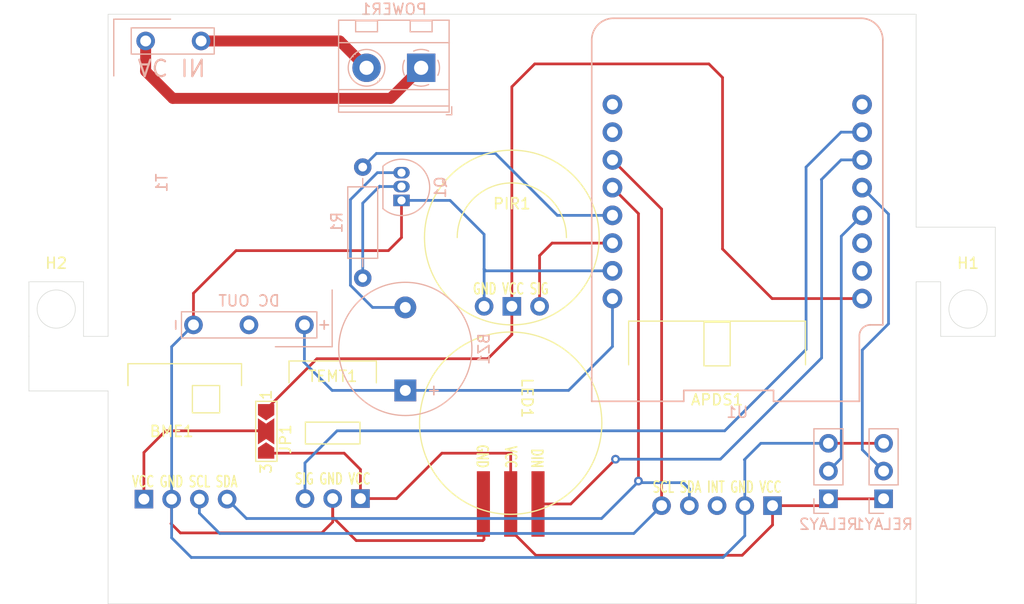
<source format=kicad_pcb>
(kicad_pcb (version 20211014) (generator pcbnew)
  (layers (0 "F.Cu" signal) (31 "B.Cu" signal) (34 "B.Paste" user) (35 "F.Paste" user) (36 "B.SilkS" user "B.Silkscreen") (37 "F.SilkS" user "F.Silkscreen") (38 "B.Mask" user) (39 "F.Mask" user) (44 "Edge.Cuts" user))
  (net 0 "")
  (net 1 "5V")
  (net 2 "SDA")
  (net 4 "SCL")
  (net 6 "VCC")
  (net 7 "3.3V")
  (net 8 "GND")
  (net 9 "Net-(BZ1-Pad2)")
  (net 10 "LED")
  (net 11 "PIR")
  (net 12 "L")
  (net 13 "N")
  (net 17 "Net-(Q1-Pad2)")
  (net 18 "BUZZER")
  (net 19 "RELAY1")
  (net 20 "TEMT6000")
  (net 21 "RELAY2")
  (net 23 "Net-(JP1-Pad2)")
  (footprint "internal:SR602" (layer "F.Cu") (at 115.954688 90.75)
    (fp_text reference "PIR1" (at 0 -9.4 unlocked) (layer "F.SilkS"))
    (fp_text value "Conn_01x03_Female")
    (fp_text user "GND VCC SIG" (at -0.1 -1.6 unlocked) (layer "F.SilkS") (effects (font (size 1 0.7))))
    (fp_arc (start -5 -6.3) (mid 0 -11.3) (end 5 -6.3) (layer "F.SilkS") (width 0.12))
    (fp_circle (center 0 -6.3) (end 0 1.7) (layer "F.SilkS") (width 0.12) (fill none))
    (pad "1" thru_hole circle locked (at -2.54 0) (size 1.7 1.7) (drill 1) (layers *.Cu *.Mask) (net 8 "GND"))
    (pad "2" thru_hole rect locked (at 0 0) (size 1.7 1.7) (drill 1) (layers *.Cu *.Mask) (net 7 "3.3V"))
    (pad "3" thru_hole circle locked (at 2.54 0) (size 1.7 1.7) (drill 1) (layers *.Cu *.Mask) (net 11 "PIR"))
  )
  (footprint "internal:LED ring" (layer "F.Cu") (at 115.85 101.45 -90)
    (fp_text reference "LED1" (at -2.3 -1.5 -90 unlocked) (layer "F.SilkS"))
    (fp_text value "Conn_01x03_Female")
    (fp_text user "DIN" (at 4.2 -2.4 -90 unlocked) (layer "F.SilkS") (effects (font (size 1 0.7)) (justify right)))
    (fp_text user "VCC" (at 4.2 0 -90 unlocked) (layer "F.SilkS") (effects (font (size 1 0.7)) (justify right)))
    (fp_text user "GND" (at 4.2 2.6 -90 unlocked) (layer "F.SilkS") (effects (font (size 1 0.7)) (justify right)))
    (fp_circle (center 0 0) (end 6.1 5.7) (layer "F.SilkS") (width 0.12) (fill none))
    (pad "1" smd rect (at 7.4 -2.5 270) (size 6 1.2) (layers "F.Cu" "F.Mask") (net 10 "LED"))
    (pad "2" smd rect (at 7.4 0 270) (size 6 1.2) (layers "F.Cu" "F.Mask") (net 1 "5V"))
    (pad "3" smd rect (at 7.4 2.5 270) (size 6 1.2) (layers "F.Cu" "F.Mask") (net 8 "GND"))
  )
  (footprint "internal:TEMT6000" (layer "F.Cu") (at 99.55 108.355)
    (fp_text reference "TEMT1" (at 0 -11.2 unlocked) (layer "F.SilkS"))
    (fp_text value "Conn_01x03_Female")
    (fp_text user "SIG GND VCC" (at 0 -1.8 unlocked) (layer "F.SilkS") (effects (font (size 1 0.7))))
    (fp_line (start 4 -10.8) (end 4 -10.6) (layer "F.SilkS") (width 0.12))
    (fp_line (start -4 -10.6) (end -4 -12.6) (layer "F.SilkS") (width 0.12))
    (fp_line (start 4 -12.6) (end 4 -10.8) (layer "F.SilkS") (width 0.12))
    (fp_line (start -4 -12.6) (end 4 -12.6) (layer "F.SilkS") (width 0.12))
    (fp_rect (start -2.5 -7) (end 2.5 -5) (layer "F.SilkS") (width 0.12) (fill none))
    (pad "1" thru_hole circle (at -2.54 0) (size 1.7 1.7) (drill 1) (layers *.Cu *.Mask) (net 20 "TEMT6000"))
    (pad "2" thru_hole circle (at 0 0) (size 1.7 1.7) (drill 1) (layers *.Cu *.Mask) (net 8 "GND"))
    (pad "3" thru_hole rect (at 2.54 0) (size 1.7 1.7) (drill 1) (layers *.Cu *.Mask) (net 1 "5V"))
  )
  (footprint "internal:APDS9960" (layer "F.Cu") (at 134.75 109.005)
    (fp_text reference "APDS1" (at 0 -9.7 unlocked) (layer "F.SilkS"))
    (fp_text value "Conn_01x05_Female")
    (fp_text user "SCL SDA INT GND VCC" (at 0 -1.7 unlocked) (layer "F.SilkS") (effects (font (size 1 0.7))))
    (fp_line (start 8.1 -16.9) (end 8.1 -12.9) (layer "F.SilkS") (width 0.12))
    (fp_line (start -8.1 -16.9) (end -8.1 -12.9) (layer "F.SilkS") (width 0.12))
    (fp_line (start -8.1 -16.9) (end 8.1 -16.9) (layer "F.SilkS") (width 0.12))
    (fp_rect (start -1.2 -16.8) (end 1.2 -12.8) (layer "F.SilkS") (width 0.12) (fill none))
    (pad "1" thru_hole circle (at -5.08 0) (size 1.7 1.7) (drill 1) (layers *.Cu *.Mask) (net 4 "SCL"))
    (pad "2" thru_hole circle (at -2.54 0) (size 1.7 1.7) (drill 1) (layers *.Cu *.Mask) (net 2 "SDA"))
    (pad "3" thru_hole circle (at 0 0) (size 1.7 1.7) (drill 1) (layers *.Cu *.Mask))
    (pad "4" thru_hole circle (at 2.54 0) (size 1.7 1.7) (drill 1) (layers *.Cu *.Mask) (net 8 "GND"))
    (pad "5" thru_hole rect (at 5.08 0) (size 1.7 1.7) (drill 1) (layers *.Cu *.Mask) (net 1 "5V"))
  )
  (footprint "MountingHole:MountingHole_3.2mm_M3" (layer "F.Cu") (at 157.73 91)
    (fp_text reference "H1" (at 0 -4.2) (layer "F.SilkS"))
    (fp_text value "MountingHole")
    (pad "" np_thru_hole circle (at 0 0) (size 3.2 3.2) (drill 3.2) (layers *.Cu *.Mask))
  )
  (footprint "MountingHole:MountingHole_3.2mm_M3" (layer "F.Cu") (at 74.23 91)
    (fp_text reference "H2" (at 0 -4.2) (layer "F.SilkS"))
    (fp_text value "MountingHole")
    (pad "" np_thru_hole circle (at 0 0) (size 3.2 3.2) (drill 3.2) (layers *.Cu *.Mask))
  )
  (footprint "Jumper:SolderJumper-3_P2.0mm_Open_TrianglePad1.0x1.5mm_NumberLabels" (layer "F.Cu") (at 93.45 102.2 -90)
    (fp_text reference "JP1" (at 0.725 -1.775 90) (layer "F.SilkS"))
    (fp_text value "SolderJumper_3_Open")
    (fp_text user "1" (at -3.35 0 90) (layer "F.SilkS"))
    (fp_text user "3" (at 3.4 0 90) (layer "F.SilkS"))
    (fp_line (start -2.75 -1) (end 2.75 -1) (layer "F.SilkS") (width 0.12))
    (fp_line (start 2.75 -1) (end 2.75 0.95) (layer "F.SilkS") (width 0.12))
    (fp_line (start 2.75 0.95) (end -2.75 0.95) (layer "F.SilkS") (width 0.12))
    (fp_line (start -2.75 0.95) (end -2.75 -1) (layer "F.SilkS") (width 0.12))
    (pad "1" smd custom (at -2 0 270) (size 0.3 0.3) (layers "F.Cu" "F.Mask") (net 7 "3.3V") (options (clearance outline) (anchor rect)) (primitives (gr_poly (pts (xy 1 0) (xy 0.5 0.75) (xy -0.5 0.75) (xy -0.5 -0.75) (xy 0.5 -0.75)) (width 0) (fill yes))))
    (pad "2" smd custom (at 0 0 270) (size 0.3 0.3) (layers "F.Cu") (net 23 "Net-(JP1-Pad2)") (options (clearance outline) (anchor rect)) (primitives (gr_poly (pts (xy 0.7 0) (xy 1.2 0.75) (xy -1.2 0.75) (xy -0.7 0) (xy -1.2 -0.75) (xy 1.2 -0.75)) (width 0) (fill yes))))
    (pad "3" smd custom (at 2 0 90) (size 0.3 0.3) (layers "F.Cu" "F.Mask") (net 1 "5V") (options (clearance outline) (anchor rect)) (primitives (gr_poly (pts (xy 1 0) (xy 0.5 0.75) (xy -0.5 0.75) (xy -0.5 -0.75) (xy 0.5 -0.75)) (width 0) (fill yes))))
  )
  (footprint "internal:BME280" (layer "F.Cu") (at 84.8 108.405)
    (fp_text reference "BME1" (at 0 -6.2 unlocked) (layer "F.SilkS"))
    (fp_text value "Conn_01x04_Female")
    (fp_text user "VCC GND SCL SDA" (at 1.2 -1.6 unlocked) (layer "F.SilkS") (effects (font (size 1 0.7))))
    (fp_line (start -4 -12.4) (end 6.4 -12.4) (layer "F.SilkS") (width 0.12))
    (fp_line (start 6.4 -12.4) (end 6.4 -10.4) (layer "F.SilkS") (width 0.12))
    (fp_line (start -4 -12.4) (end -4 -10.4) (layer "F.SilkS") (width 0.12))
    (fp_line (start -4 -10.4) (end -4 -12.4) (layer "F.SilkS") (width 0.12))
    (fp_rect (start 4.4 -10.4) (end 1.9 -7.9) (layer "F.SilkS") (width 0.12) (fill none))
    (pad "1" thru_hole rect (at -2.54 0) (size 1.7 1.7) (drill 1) (layers *.Cu *.Mask) (net 23 "Net-(JP1-Pad2)"))
    (pad "2" thru_hole circle (at 0 0) (size 1.7 1.7) (drill 1) (layers *.Cu *.Mask) (net 8 "GND"))
    (pad "3" thru_hole circle (at 2.54 0) (size 1.7 1.7) (drill 1) (layers *.Cu *.Mask) (net 4 "SCL"))
    (pad "4" thru_hole circle (at 5.08 0) (size 1.7 1.7) (drill 1) (layers *.Cu *.Mask) (net 2 "SDA"))
  )
  (footprint "Package_TO_SOT_THT:TO-92L_Inline" (layer "B.Cu") (at 105.85 81.05 90)
    (fp_text reference "Q1" (at 1.19 3.56 90) (layer "B.SilkS") (effects (justify mirror)))
    (fp_text value "2N2219")
    (fp_line (start -0.75 -1.7) (end 3.1 -1.7) (layer "B.SilkS") (width 0.12))
    (fp_arc (start 3.138611 -1.690122) (mid 1.183448 2.579448) (end -0.75 -1.7) (layer "B.SilkS") (width 0.12))
    (pad "1" thru_hole rect (at 0 0 90) (size 1.05 1.5) (drill 0.75) (layers *.Cu *.Mask) (net 8 "GND"))
    (pad "2" thru_hole oval (at 1.27 0 90) (size 1.05 1.5) (drill 0.75) (layers *.Cu *.Mask) (net 17 "Net-(Q1-Pad2)"))
    (pad "3" thru_hole oval (at 2.54 0 90) (size 1.05 1.5) (drill 0.75) (layers *.Cu *.Mask) (net 9 "Net-(BZ1-Pad2)"))
  )
  (footprint "Resistor_THT:R_Axial_DIN0207_L6.3mm_D2.5mm_P10.16mm_Horizontal" (layer "B.Cu") (at 102.3 78 -90)
    (fp_text reference "R1" (at 5.08 2.37 90) (layer "B.SilkS") (effects (justify mirror)))
    (fp_text value "R_Small")
    (fp_line (start 8.35 -1.37) (end 8.35 1.37) (layer "B.SilkS") (width 0.12))
    (fp_line (start 9.12 0) (end 8.35 0) (layer "B.SilkS") (width 0.12))
    (fp_line (start 1.81 -1.37) (end 8.35 -1.37) (layer "B.SilkS") (width 0.12))
    (fp_line (start 1.04 0) (end 1.81 0) (layer "B.SilkS") (width 0.12))
    (fp_line (start 8.35 1.37) (end 1.81 1.37) (layer "B.SilkS") (width 0.12))
    (fp_line (start 1.81 1.37) (end 1.81 -1.37) (layer "B.SilkS") (width 0.12))
    (pad "1" thru_hole circle (at 0 0 270) (size 1.6 1.6) (drill 0.8) (layers *.Cu *.Mask) (net 18 "BUZZER"))
    (pad "2" thru_hole oval (at 10.16 0 270) (size 1.6 1.6) (drill 0.8) (layers *.Cu *.Mask) (net 17 "Net-(Q1-Pad2)"))
  )
  (footprint "TerminalBlock_MetzConnect:TerminalBlock_MetzConnect_Type094_RT03502HBLU_1x02_P5.00mm_Horizontal" (layer "B.Cu") (at 107.65 68.905 180)
    (fp_text reference "POWER1" (at 2.5 5.36) (layer "B.SilkS") (effects (justify mirror)))
    (fp_text value "Conn_01x02_Female")
    (fp_line (start -2.56 4.36) (end -2.56 -4.06) (layer "B.SilkS") (width 0.12))
    (fp_line (start -2.56 2.301) (end 7.56 2.301) (layer "B.SilkS") (width 0.12))
    (fp_line (start 4 4.3) (end 4 3.3) (layer "B.SilkS") (width 0.12))
    (fp_line (start 3.966 -1.239) (end 3.931 -1.274) (layer "B.SilkS") (width 0.12))
    (fp_line (start 6.07 1.275) (end 6.035 1.239) (layer "B.SilkS") (width 0.12))
    (fp_line (start 6.275 1.069) (end 6.228 1.023) (layer "B.SilkS") (width 0.12))
    (fp_line (start -2.56 4.36) (end 7.56 4.36) (layer "B.SilkS") (width 0.12))
    (fp_line (start -2.8 -3.56) (end -2.8 -4.3) (layer "B.SilkS") (width 0.12))
    (fp_line (start 7.56 4.36) (end 7.56 -4.06) (layer "B.SilkS") (width 0.12))
    (fp_line (start -2.56 -4.06) (end 7.56 -4.06) (layer "B.SilkS") (width 0.12))
    (fp_line (start -2.8 -4.3) (end -2.3 -4.3) (layer "B.SilkS") (width 0.12))
    (fp_line (start 6 4.3) (end 6 3.3) (layer "B.SilkS") (width 0.12))
    (fp_line (start 3.773 -1.023) (end 3.726 -1.069) (layer "B.SilkS") (width 0.12))
    (fp_line (start -1 4.3) (end -1 3.3) (layer "B.SilkS") (width 0.12))
    (fp_line (start -1 3.3) (end 1 3.3) (layer "B.SilkS") (width 0.12))
    (fp_line (start 4 4.3) (end 6 4.3) (layer "B.SilkS") (width 0.12))
    (fp_line (start -1 4.3) (end 1 4.3) (layer "B.SilkS") (width 0.12))
    (fp_line (start 1 4.3) (end 1 3.3) (layer "B.SilkS") (width 0.12))
    (fp_line (start 4 3.3) (end 6 3.3) (layer "B.SilkS") (width 0.12))
    (fp_line (start -2.56 -3.5) (end 7.56 -3.5) (layer "B.SilkS") (width 0.12))
    (fp_line (start -2.56 -2) (end 7.56 -2) (layer "B.SilkS") (width 0.12))
    (fp_arc (start 0 -1.68) (mid 0.349292 -1.643288) (end 0.683318 -1.534756) (layer "B.SilkS") (width 0.12))
    (fp_arc (start -0.684 -1.535) (mid -0.335551 -1.646659) (end 0.028805 -1.680253) (layer "B.SilkS") (width 0.12))
    (fp_arc (start 1.535 -0.684) (mid 1.6805 -0.000524) (end 1.535427 0.683042) (layer "B.SilkS") (width 0.12))
    (fp_arc (start -1.535 0.684) (mid -1.680501 0.000524) (end -1.535427 -0.683042) (layer "B.SilkS") (width 0.12))
    (fp_arc (start 0.684 1.535) (mid 0.000524 1.680501) (end -0.683042 1.535427) (layer "B.SilkS") (width 0.12))
    (fp_circle (center 5 0) (end 6.68 0) (layer "B.SilkS") (width 0.12) (fill none))
    (pad "1" thru_hole rect (at 0 0 180) (size 2.6 2.6) (drill 1.3) (layers *.Cu *.Mask) (net 12 "L"))
    (pad "2" thru_hole circle (at 5 0 180) (size 2.6 2.6) (drill 1.3) (layers *.Cu *.Mask) (net 13 "N"))
  )
  (footprint "Connector_PinHeader_2.54mm:PinHeader_1x03_P2.54mm_Vertical" (layer "B.Cu") (at 150 108.375)
    (fp_text reference "RELAY1" (at 0 2.33) (layer "B.SilkS") (effects (justify mirror)))
    (fp_text value "Conn_01x03_Female")
    (fp_line (start -1.33 0) (end -1.33 1.33) (layer "B.SilkS") (width 0.12))
    (fp_line (start -1.33 1.33) (end 0 1.33) (layer "B.SilkS") (width 0.12))
    (fp_line (start 1.33 -1.27) (end 1.33 -6.41) (layer "B.SilkS") (width 0.12))
    (fp_line (start -1.33 -1.27) (end 1.33 -1.27) (layer "B.SilkS") (width 0.12))
    (fp_line (start -1.33 -6.41) (end 1.33 -6.41) (layer "B.SilkS") (width 0.12))
    (fp_line (start -1.33 -1.27) (end -1.33 -6.41) (layer "B.SilkS") (width 0.12))
    (pad "1" thru_hole rect (at 0 0) (size 1.7 1.7) (drill 1) (layers *.Cu *.Mask) (net 1 "5V"))
    (pad "2" thru_hole oval (at 0 -2.54) (size 1.7 1.7) (drill 1) (layers *.Cu *.Mask) (net 19 "RELAY1"))
    (pad "3" thru_hole oval (at 0 -5.08) (size 1.7 1.7) (drill 1) (layers *.Cu *.Mask) (net 8 "GND"))
  )
  (footprint "Buzzer_Beeper:Buzzer_12x9.5RM7.6" (layer "B.Cu") (at 106.2 98.45 90)
    (fp_text reference "BZ1" (at 3.8 7.2 90) (layer "B.SilkS") (effects (justify mirror)))
    (fp_text value "Buzzer")
    (fp_text user "+" (at -0.01 2.54 90) (layer "B.SilkS") (effects (justify mirror)))
    (fp_circle (center 3.8 0) (end 9.9 0) (layer "B.SilkS") (width 0.12) (fill none))
    (pad "1" thru_hole rect locked (at 0 0 90) (size 2 2) (drill 1) (layers *.Cu *.Mask) (net 6 "VCC"))
    (pad "2" thru_hole circle locked (at 7.6 0 90) (size 2 2) (drill 1) (layers *.Cu *.Mask) (net 9 "Net-(BZ1-Pad2)"))
  )
  (footprint "Connector_PinHeader_2.54mm:PinHeader_1x03_P2.54mm_Vertical" (layer "B.Cu") (at 144.95 108.375)
    (fp_text reference "RELAY2" (at 0 2.33) (layer "B.SilkS") (effects (justify mirror)))
    (fp_text value "Conn_01x03_Female")
    (fp_line (start -1.33 1.33) (end 0 1.33) (layer "B.SilkS") (width 0.12))
    (fp_line (start -1.33 -1.27) (end 1.33 -1.27) (layer "B.SilkS") (width 0.12))
    (fp_line (start -1.33 -1.27) (end -1.33 -6.41) (layer "B.SilkS") (width 0.12))
    (fp_line (start -1.33 0) (end -1.33 1.33) (layer "B.SilkS") (width 0.12))
    (fp_line (start -1.33 -6.41) (end 1.33 -6.41) (layer "B.SilkS") (width 0.12))
    (fp_line (start 1.33 -1.27) (end 1.33 -6.41) (layer "B.SilkS") (width 0.12))
    (pad "1" thru_hole rect (at 0 0) (size 1.7 1.7) (drill 1) (layers *.Cu *.Mask) (net 1 "5V"))
    (pad "2" thru_hole oval (at 0 -2.54) (size 1.7 1.7) (drill 1) (layers *.Cu *.Mask) (net 21 "RELAY2"))
    (pad "3" thru_hole oval (at 0 -5.08) (size 1.7 1.7) (drill 1) (layers *.Cu *.Mask) (net 8 "GND"))
  )
  (footprint "internal:220v AC to 5v DC Transformer" (layer "B.Cu") (at 89.5 79.45 -90)
    (fp_text reference "T1" (at 0 5.6 90 unlocked) (layer "B.SilkS") (effects (justify mirror)))
    (fp_text value "Transformer_1P_1S")
    (fp_text user "AC IN" (at -10.6 4.7 -180 unlocked) (layer "B.SilkS") (effects (font (size 1.5 1.5) (thickness 0.2)) (justify mirror)))
    (fp_text user "-" (at 13 4.4 90 unlocked) (layer "B.SilkS") (effects (justify mirror)))
    (fp_text user "DC OUT" (at 10.8 -2.4 unlocked) (layer "B.SilkS") (effects (justify mirror)))
    (fp_text user "+" (at 13 -9.2 90 unlocked) (layer "B.SilkS") (effects (justify mirror)))
    (fp_line (start 15 -10) (end 15 -4.8) (layer "B.SilkS") (width 0.12))
    (fp_line (start -15 4.8) (end -15 10) (layer "B.SilkS") (width 0.12))
    (fp_line (start -15 10) (end -9.8 10) (layer "B.SilkS") (width 0.12))
    (fp_line (start 15 -10) (end 9.8 -10) (layer "B.SilkS") (width 0.12))
    (fp_rect (start 11.8 3.8) (end 14.2 -8.6) (layer "B.SilkS") (width 0.12) (fill none))
    (fp_rect (start -14.2 8.4) (end -11.8 0.8) (layer "B.SilkS") (width 0.12) (fill none))
    (pad "" thru_hole circle (at 13 -2.38 270) (size 1.7 1.7) (drill 1) (layers *.Cu *.Mask))
    (pad "1" thru_hole circle (at -13 7.08 270) (size 1.7 1.7) (drill 1) (layers *.Cu *.Mask) (net 12 "L"))
    (pad "2" thru_hole circle (at -13 2 270) (size 1.7 1.7) (drill 1) (layers *.Cu *.Mask) (net 13 "N"))
    (pad "3" thru_hole circle (at 13 2.7 270) (size 1.7 1.7) (drill 1) (layers *.Cu *.Mask) (net 8 "GND"))
    (pad "4" thru_hole circle (at 13 -7.46 270) (size 1.7 1.7) (drill 1) (layers *.Cu *.Mask) (net 6 "VCC"))
  )
  (footprint "wemos-d1-mini:wemos-d1-mini-with-pin-header" (layer "B.Cu") (at 136.6 81.15 90)
    (fp_text reference "U1" (at -19.3 0) (layer "B.SilkS") (effects (justify mirror)))
    (fp_text value "WeMos_D1_mini")
    (fp_line (start -17.3 -4.9) (end -18.3 -4.9) (layer "B.SilkS") (width 0.15))
    (fp_line (start -18.3 11.18) (end -12.3 11.18) (layer "B.SilkS") (width 0.15))
    (fp_line (start -18.3 3.32) (end -17.3 3.32) (layer "B.SilkS") (width 0.15))
    (fp_line (start 14.78 13.33) (end -11.3 13.33) (layer "B.SilkS") (width 0.15))
    (fp_line (start -11.3 12.17) (end -11.3 13.33) (layer "B.SilkS") (width 0.15))
    (fp_line (start 16.78 -11.33) (end 16.78 11.33) (layer "B.SilkS") (width 0.15))
    (fp_line (start -18.3 -4.9) (end -18.3 -13.329999) (layer "B.SilkS") (width 0.15))
    (fp_line (start -18.3 -13.33) (end 14.78 -13.33) (layer "B.SilkS") (width 0.15))
    (fp_line (start -11.3 13.33) (end -11.3 13.33) (layer "B.SilkS") (width 0.15))
    (fp_line (start -17.3 3.32) (end -17.3 -4.9) (layer "B.SilkS") (width 0.15))
    (fp_line (start -18.3 11.18) (end -18.3 3.32) (layer "B.SilkS") (width 0.15))
    (fp_arc (start 16.78 11.33) (mid 16.194214 12.744214) (end 14.78 13.33) (layer "B.SilkS") (width 0.15))
    (fp_arc (start -12.3 11.18) (mid -11.592893 11.472893) (end -11.3 12.18) (layer "B.SilkS") (width 0.15))
    (fp_arc (start 14.78 -13.33) (mid 16.194214 -12.744214) (end 16.78 -11.33) (layer "B.SilkS") (width 0.15))
    (pad "1" thru_hole circle locked (at 8.89 11.43 90) (size 1.8 1.8) (drill 1.016) (layers *.Cu *.Mask))
    (pad "2" thru_hole circle locked (at 6.35 11.43 90) (size 1.8 1.8) (drill 1.016) (layers *.Cu *.Mask) (net 20 "TEMT6000"))
    (pad "3" thru_hole circle locked (at 3.81 11.43 90) (size 1.8 1.8) (drill 1.016) (layers *.Cu *.Mask) (net 10 "LED"))
    (pad "4" thru_hole circle locked (at 1.27 11.43 90) (size 1.8 1.8) (drill 1.016) (layers *.Cu *.Mask) (net 19 "RELAY1"))
    (pad "5" thru_hole circle locked (at -1.27 11.43 90) (size 1.8 1.8) (drill 1.016) (layers *.Cu *.Mask) (net 21 "RELAY2"))
    (pad "6" thru_hole circle locked (at -3.81 11.43 90) (size 1.8 1.8) (drill 1.016) (layers *.Cu *.Mask))
    (pad "7" thru_hole circle locked (at -6.35 11.43 90) (size 1.8 1.8) (drill 1.016) (layers *.Cu *.Mask))
    (pad "8" thru_hole circle locked (at -8.89 11.43 90) (size 1.8 1.8) (drill 1.016) (layers *.Cu *.Mask) (net 7 "3.3V"))
    (pad "9" thru_hole circle locked (at -8.89 -11.43 90) (size 1.8 1.8) (drill 1.016) (layers *.Cu *.Mask) (net 6 "VCC"))
    (pad "10" thru_hole circle locked (at -6.35 -11.43 90) (size 1.8 1.8) (drill 1.016) (layers *.Cu *.Mask) (net 8 "GND"))
    (pad "11" thru_hole circle locked (at -3.81 -11.43 90) (size 1.8 1.8) (drill 1.016) (layers *.Cu *.Mask) (net 11 "PIR"))
    (pad "12" thru_hole circle locked (at -1.27 -11.43 90) (size 1.8 1.8) (drill 1.016) (layers *.Cu *.Mask) (net 18 "BUZZER"))
    (pad "13" thru_hole circle locked (at 1.27 -11.43 90) (size 1.8 1.8) (drill 1.016) (layers *.Cu *.Mask) (net 2 "SDA"))
    (pad "14" thru_hole circle locked (at 3.81 -11.43 90) (size 1.8 1.8) (drill 1.016) (layers *.Cu *.Mask) (net 4 "SCL"))
    (pad "15" thru_hole circle locked (at 6.35 -11.43 90) (size 1.8 1.8) (drill 1.016) (layers *.Cu *.Mask))
    (pad "16" thru_hole circle locked (at 8.89 -11.43 90) (size 1.8 1.8) (drill 1.016) (layers *.Cu *.Mask))
  )
  (gr_line (start 160.23 83.5) (end 152.98 83.5) (layer "Edge.Cuts") (width 0.05))
  (gr_line (start 71.73 93.5) (end 71.73 88.5) (layer "Edge.Cuts") (width 0.05))
  (gr_line (start 78.98 93.5) (end 78.98 64) (layer "Edge.Cuts") (width 0.05))
  (gr_line (start 160.23 88.5) (end 160.23 93.5) (layer "Edge.Cuts") (width 0.05))
  (gr_line (start 152.98 118) (end 78.98 118) (layer "Edge.Cuts") (width 0.05))
  (gr_line (start 78.98 64) (end 152.98 64) (layer "Edge.Cuts") (width 0.05))
  (gr_line (start 76.73 88.5) (end 76.73 93.5) (layer "Edge.Cuts") (width 0.05))
  (gr_line (start 155.23 93.5) (end 155.23 88.5) (layer "Edge.Cuts") (width 0.05))
  (gr_line (start 160.23 88.5) (end 160.23 83.5) (layer "Edge.Cuts") (width 0.05))
  (gr_line (start 152.98 64) (end 152.98 83.5) (layer "Edge.Cuts") (width 0.05))
  (gr_circle (center 157.73 91) (end 155.98 91) (layer "Edge.Cuts") (width 0.05) (fill none))
  (gr_line (start 160.23 93.5) (end 155.23 93.5) (layer "Edge.Cuts") (width 0.05))
  (gr_line (start 71.73 98.5) (end 78.98 98.5) (layer "Edge.Cuts") (width 0.05))
  (gr_line (start 78.98 118) (end 78.98 98.5) (layer "Edge.Cuts") (width 0.05))
  (gr_line (start 71.73 93.5) (end 71.73 98.5) (layer "Edge.Cuts") (width 0.05))
  (gr_line (start 76.73 93.5) (end 78.98 93.5) (layer "Edge.Cuts") (width 0.05))
  (gr_line (start 152.98 88.5) (end 152.98 118) (layer "Edge.Cuts") (width 0.05))
  (gr_line (start 155.23 88.5) (end 152.98 88.5) (layer "Edge.Cuts") (width 0.05))
  (gr_line (start 71.73 88.5) (end 76.73 88.5) (layer "Edge.Cuts") (width 0.05))
  (gr_circle (center 74.23 91) (end 72.48 91) (layer "Edge.Cuts") (width 0.05) (fill none))
  (segment (start 118.15 113.55) (end 115.85 111.25) (width 0.25) (layer "F.Cu") (net 1))
  (segment (start 139.83 109.005) (end 139.83 110.77) (width 0.25) (layer "F.Cu") (net 1))
  (segment (start 139.83 109.005) (end 144.32 109.005) (width 0.25) (layer "F.Cu") (net 1))
  (segment (start 115.85 104.25) (end 115.9 104.2) (width 0.25) (layer "F.Cu") (net 1))
  (segment (start 137.05 113.55) (end 118.15 113.55) (width 0.25) (layer "F.Cu") (net 1))
  (segment (start 115.85 108.85) (end 115.85 104.25) (width 0.25) (layer "F.Cu") (net 1))
  (segment (start 100.6 104.2) (end 93.45 104.2) (width 0.25) (layer "F.Cu") (net 1))
  (segment (start 150 108.375) (end 144.95 108.375) (width 0.25) (layer "F.Cu") (net 1))
  (segment (start 139.83 110.77) (end 137.05 113.55) (width 0.25) (layer "F.Cu") (net 1))
  (segment (start 102.09 108.355) (end 105.395 108.355) (width 0.25) (layer "F.Cu") (net 1))
  (segment (start 115.85 111.25) (end 115.85 108.85) (width 0.25) (layer "F.Cu") (net 1))
  (segment (start 102.09 108.355) (end 102.09 105.69) (width 0.25) (layer "F.Cu") (net 1))
  (segment (start 109.55 104.2) (end 115.9 104.2) (width 0.25) (layer "F.Cu") (net 1))
  (segment (start 144.32 109.005) (end 144.95 108.375) (width 0.25) (layer "F.Cu") (net 1))
  (segment (start 105.395 108.355) (end 109.55 104.2) (width 0.25) (layer "F.Cu") (net 1))
  (segment (start 102.09 105.69) (end 100.6 104.2) (width 0.25) (layer "F.Cu") (net 1))
  (segment (start 125.17 79.88) (end 127.55 82.26) (width 0.25) (layer "F.Cu") (net 2))
  (segment (start 127.55 82.26) (end 127.55 106.75) (width 0.25) (layer "F.Cu") (net 2))
  (via (at 127.55 106.75) (size 0.8) (drill 0.4) (layers "F.Cu" "B.Cu") (net 2))
  (segment (start 91.655 110.18) (end 124.17 110.18) (width 0.25) (layer "B.Cu") (net 2))
  (segment (start 127.45 106.9) (end 131.65 106.9) (width 0.25) (layer "B.Cu") (net 2))
  (segment (start 89.88 108.405) (end 91.655 110.18) (width 0.25) (layer "B.Cu") (net 2))
  (segment (start 132.21 107.46) (end 132.21 109.005) (width 0.25) (layer "B.Cu") (net 2))
  (segment (start 124.17 110.18) (end 127.45 106.9) (width 0.25) (layer "B.Cu") (net 2))
  (segment (start 131.65 106.9) (end 132.21 107.46) (width 0.25) (layer "B.Cu") (net 2))
  (segment (start 129.67 81.84) (end 129.67 109.005) (width 0.25) (layer "F.Cu") (net 4))
  (segment (start 125.17 77.34) (end 129.67 81.84) (width 0.25) (layer "F.Cu") (net 4))
  (segment (start 127.125 111.55) (end 89.2 111.55) (width 0.25) (layer "B.Cu") (net 4))
  (segment (start 87.34 109.69) (end 87.34 108.405) (width 0.25) (layer "B.Cu") (net 4))
  (segment (start 129.67 109.005) (end 127.125 111.55) (width 0.25) (layer "B.Cu") (net 4))
  (segment (start 89.2 111.55) (end 87.34 109.69) (width 0.25) (layer "B.Cu") (net 4))
  (segment (start 96.9 95.85) (end 96.96 95.79) (width 0.25) (layer "B.Cu") (net 6))
  (segment (start 125.17 94.43) (end 125.17 90.04) (width 0.25) (layer "B.Cu") (net 6))
  (segment (start 99.5 98.45) (end 96.9 95.85) (width 0.25) (layer "B.Cu") (net 6))
  (segment (start 96.96 95.79) (end 96.96 92.45) (width 0.25) (layer "B.Cu") (net 6))
  (segment (start 106.2 98.45) (end 121.15 98.45) (width 0.25) (layer "B.Cu") (net 6))
  (segment (start 106.2 98.45) (end 99.5 98.45) (width 0.25) (layer "B.Cu") (net 6))
  (segment (start 121.15 98.45) (end 125.17 94.43) (width 0.25) (layer "B.Cu") (net 6))
  (segment (start 148.03 90.04) (end 139.79 90.04) (width 0.25) (layer "F.Cu") (net 7))
  (segment (start 135.25 85.5) (end 135.25 69.8) (width 0.25) (layer "F.Cu") (net 7))
  (segment (start 115.954688 70.645312) (end 115.954688 90.75) (width 0.25) (layer "F.Cu") (net 7))
  (segment (start 139.79 90.04) (end 135.25 85.5) (width 0.25) (layer "F.Cu") (net 7))
  (segment (start 134 68.55) (end 118.05 68.55) (width 0.25) (layer "F.Cu") (net 7))
  (segment (start 115.954688 93.345312) (end 115.954688 90.75) (width 0.25) (layer "F.Cu") (net 7))
  (segment (start 118.05 68.55) (end 115.954688 70.645312) (width 0.25) (layer "F.Cu") (net 7))
  (segment (start 98.1 95.55) (end 113.75 95.55) (width 0.25) (layer "F.Cu") (net 7))
  (segment (start 113.75 95.55) (end 115.954688 93.345312) (width 0.25) (layer "F.Cu") (net 7))
  (segment (start 93.45 100.2) (end 98.1 95.55) (width 0.25) (layer "F.Cu") (net 7))
  (segment (start 135.25 69.8) (end 134 68.55) (width 0.25) (layer "F.Cu") (net 7))
  (segment (start 101.7 112.2) (end 113.3 112.2) (width 0.25) (layer "F.Cu") (net 8))
  (segment (start 84.8 110.6) (end 84.8 108.405) (width 0.25) (layer "F.Cu") (net 8))
  (segment (start 86.8 92.45) (end 86.8 89.55) (width 0.25) (layer "F.Cu") (net 8))
  (segment (start 90.7 85.65) (end 104.65 85.65) (width 0.25) (layer "F.Cu") (net 8))
  (segment (start 99.55 110.05) (end 101.7 112.2) (width 0.25) (layer "F.Cu") (net 8))
  (segment (start 99.55 108.355) (end 99.55 110.5) (width 0.25) (layer "F.Cu") (net 8))
  (segment (start 84.75 110.65) (end 84.8 110.6) (width 0.25) (layer "F.Cu") (net 8))
  (segment (start 98.55 111.5) (end 85.6 111.5) (width 0.25) (layer "F.Cu") (net 8))
  (segment (start 99.55 110.5) (end 98.55 111.5) (width 0.25) (layer "F.Cu") (net 8))
  (segment (start 150 103.295) (end 144.95 103.295) (width 0.25) (layer "F.Cu") (net 8))
  (segment (start 113.4 108.9) (end 113.35 108.85) (width 0.25) (layer "F.Cu") (net 8))
  (segment (start 113.4 112.1) (end 113.4 108.9) (width 0.25) (layer "F.Cu") (net 8))
  (segment (start 86.8 89.55) (end 90.7 85.65) (width 0.25) (layer "F.Cu") (net 8))
  (segment (start 105.85 84.45) (end 105.85 81.05) (width 0.25) (layer "F.Cu") (net 8))
  (segment (start 85.6 111.5) (end 84.75 110.65) (width 0.25) (layer "F.Cu") (net 8))
  (segment (start 99.55 108.355) (end 99.55 110.05) (width 0.25) (layer "F.Cu") (net 8))
  (segment (start 104.65 85.65) (end 105.85 84.45) (width 0.25) (layer "F.Cu") (net 8))
  (segment (start 113.3 112.2) (end 113.4 112.1) (width 0.25) (layer "F.Cu") (net 8))
  (segment (start 137.29 104.84) (end 137.25 104.8) (width 0.25) (layer "B.Cu") (net 8))
  (segment (start 138.755 103.295) (end 137.25 104.8) (width 0.25) (layer "B.Cu") (net 8))
  (segment (start 86.6 113.75) (end 135.3 113.75) (width 0.25) (layer "B.Cu") (net 8))
  (segment (start 135.3 113.75) (end 137.29 111.76) (width 0.25) (layer "B.Cu") (net 8))
  (segment (start 113.414688 87.335312) (end 113.414688 90.75) (width 0.25) (layer "B.Cu") (net 8))
  (segment (start 125.17 87.5) (end 113.579376 87.5) (width 0.25) (layer "B.Cu") (net 8))
  (segment (start 137.29 109.005) (end 137.29 104.84) (width 0.25) (layer "B.Cu") (net 8))
  (segment (start 86.8 92.45) (end 84.8 94.45) (width 0.25) (layer "B.Cu") (net 8))
  (segment (start 84.8 111.95) (end 86.6 113.75) (width 0.25) (layer "B.Cu") (net 8))
  (segment (start 137.25 109) (end 137.255 109.005) (width 0.25) (layer "B.Cu") (net 8))
  (segment (start 84.8 108.405) (end 84.8 111.95) (width 0.25) (layer "B.Cu") (net 8))
  (segment (start 84.8 94.45) (end 84.8 108.405) (width 0.25) (layer "B.Cu") (net 8))
  (segment (start 105.85 81.05) (end 110.3 81.05) (width 0.25) (layer "B.Cu") (net 8))
  (segment (start 113.414688 84.164688) (end 113.414688 87.335312) (width 0.25) (layer "B.Cu") (net 8))
  (segment (start 137.255 109.005) (end 137.29 109.005) (width 0.25) (layer "B.Cu") (net 8))
  (segment (start 137.29 111.76) (end 137.29 109.005) (width 0.25) (layer "B.Cu") (net 8))
  (segment (start 144.95 103.295) (end 138.755 103.295) (width 0.25) (layer "B.Cu") (net 8))
  (segment (start 113.579376 87.5) (end 113.414688 87.335312) (width 0.25) (layer "B.Cu") (net 8))
  (segment (start 110.3 81.05) (end 113.414688 84.164688) (width 0.25) (layer "B.Cu") (net 8))
  (segment (start 105.85 78.51) (end 103.64 78.51) (width 0.25) (layer "B.Cu") (net 9))
  (segment (start 101.175 88.825) (end 103.2 90.85) (width 0.25) (layer "B.Cu") (net 9))
  (segment (start 103.64 78.51) (end 101.175 80.975) (width 0.25) (layer "B.Cu") (net 9))
  (segment (start 101.175 80.975) (end 101.175 88.825) (width 0.25) (layer "B.Cu") (net 9))
  (segment (start 103.2 90.85) (end 106.2 90.85) (width 0.25) (layer "B.Cu") (net 9))
  (segment (start 118.35 108.85) (end 121.35 108.85) (width 0.25) (layer "F.Cu") (net 10))
  (segment (start 121.35 108.85) (end 125.45 104.75) (width 0.25) (layer "F.Cu") (net 10))
  (via (at 125.45 104.75) (size 0.8) (drill 0.4) (layers "F.Cu" "B.Cu") (net 10))
  (segment (start 148.03 77.34) (end 146.11 77.34) (width 0.25) (layer "B.Cu") (net 10))
  (segment (start 144.325 95.475) (end 135.05 104.75) (width 0.25) (layer "B.Cu") (net 10))
  (segment (start 135.05 104.75) (end 125.45 104.75) (width 0.25) (layer "B.Cu") (net 10))
  (segment (start 144.325 79.125) (end 144.3 79.15) (width 0.25) (layer "B.Cu") (net 10))
  (segment (start 145.05 78.4) (end 144.325 79.125) (width 0.25) (layer "B.Cu") (net 10))
  (segment (start 144.325 79.125) (end 144.325 95.475) (width 0.25) (layer "B.Cu") (net 10))
  (segment (start 146.11 77.34) (end 145.05 78.4) (width 0.25) (layer "B.Cu") (net 10))
  (segment (start 119.64 84.96) (end 118.494688 86.105312) (width 0.25) (layer "F.Cu") (net 11))
  (segment (start 125.17 84.96) (end 119.64 84.96) (width 0.25) (layer "F.Cu") (net 11))
  (segment (start 118.494688 86.105312) (end 118.494688 90.75) (width 0.25) (layer "F.Cu") (net 11))
  (segment (start 104.85 71.705) (end 84.905 71.705) (width 1) (layer "F.Cu") (net 12))
  (segment (start 84.905 71.705) (end 82.42 69.22) (width 1) (layer "F.Cu") (net 12))
  (segment (start 82.42 69.22) (end 82.42 66.45) (width 1) (layer "F.Cu") (net 12))
  (segment (start 107.65 68.905) (end 104.85 71.705) (width 1) (layer "F.Cu") (net 12))
  (segment (start 87.5 66.45) (end 100.195 66.45) (width 1) (layer "F.Cu") (net 13))
  (segment (start 100.195 66.45) (end 102.65 68.905) (width 1) (layer "F.Cu") (net 13))
  (segment (start 103.88 79.78) (end 105.85 79.78) (width 0.25) (layer "B.Cu") (net 17))
  (segment (start 102.3 88.16) (end 102.3 81.3) (width 0.25) (layer "B.Cu") (net 17))
  (segment (start 103.85 79.75) (end 103.88 79.78) (width 0.25) (layer "B.Cu") (net 17))
  (segment (start 102.3 81.3) (end 103.85 79.75) (width 0.25) (layer "B.Cu") (net 17))
  (segment (start 103.55 76.75) (end 102.3 78) (width 0.25) (layer "B.Cu") (net 18))
  (segment (start 114.45 76.75) (end 103.55 76.75) (width 0.25) (layer "B.Cu") (net 18))
  (segment (start 125.17 82.42) (end 120.12 82.42) (width 0.25) (layer "B.Cu") (net 18))
  (segment (start 120.12 82.42) (end 114.45 76.75) (width 0.25) (layer "B.Cu") (net 18))
  (segment (start 150.45 92.35) (end 150.45 82.3) (width 0.25) (layer "B.Cu") (net 19))
  (segment (start 150.45 82.3) (end 148.03 79.88) (width 0.25) (layer "B.Cu") (net 19))
  (segment (start 148.05 103.885) (end 148.05 94.75) (width 0.25) (layer "B.Cu") (net 19))
  (segment (start 148.05 94.75) (end 150.45 92.35) (width 0.25) (layer "B.Cu") (net 19))
  (segment (start 150 105.835) (end 148.05 103.885) (width 0.25) (layer "B.Cu") (net 19))
  (segment (start 142.9 78) (end 146.1 74.8) (width 0.25) (layer "B.Cu") (net 20))
  (segment (start 99.95 102.15) (end 135.45 102.15) (width 0.25) (layer "B.Cu") (net 20))
  (segment (start 135.45 102.15) (end 142.9 94.7) (width 0.25) (layer "B.Cu") (net 20))
  (segment (start 142.9 94.7) (end 142.9 78) (width 0.25) (layer "B.Cu") (net 20))
  (segment (start 97.01 105.09) (end 99.95 102.15) (width 0.25) (layer "B.Cu") (net 20))
  (segment (start 146.1 74.8) (end 148.03 74.8) (width 0.25) (layer "B.Cu") (net 20))
  (segment (start 97.01 108.355) (end 97.01 105.09) (width 0.25) (layer "B.Cu") (net 20))
  (segment (start 144.95 105.835) (end 146.125 104.66) (width 0.25) (layer "B.Cu") (net 21))
  (segment (start 146.125 104.66) (end 146.125 84.325) (width 0.25) (layer "B.Cu") (net 21))
  (segment (start 146.125 84.325) (end 148.03 82.42) (width 0.25) (layer "B.Cu") (net 21))
  (segment (start 93.4 102.15) (end 93.45 102.2) (width 0.25) (layer "F.Cu") (net 23))
  (segment (start 82.26 108.405) (end 82.26 104.14) (width 0.25) (layer "F.Cu") (net 23))
  (segment (start 82.26 104.14) (end 84.25 102.15) (width 0.25) (layer "F.Cu") (net 23))
  (segment (start 84.25 102.15) (end 93.4 102.15) (width 0.25) (layer "F.Cu") (net 23))
)
</source>
